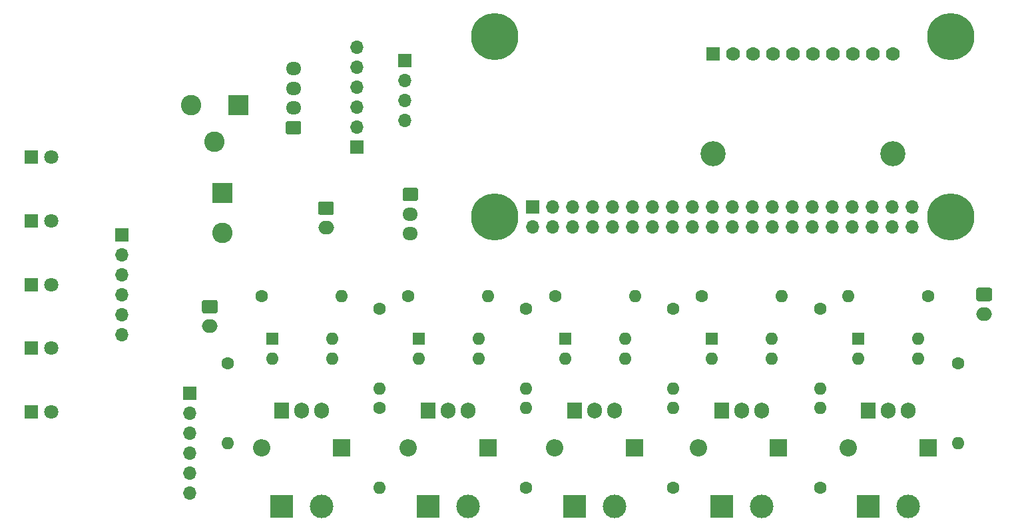
<source format=gbs>
G04 #@! TF.GenerationSoftware,KiCad,Pcbnew,(5.1.10)-1*
G04 #@! TF.CreationDate,2022-01-04T01:34:32+08:00*
G04 #@! TF.ProjectId,Smart Hydroponic - 1,536d6172-7420-4487-9964-726f706f6e69,rev?*
G04 #@! TF.SameCoordinates,Original*
G04 #@! TF.FileFunction,Soldermask,Bot*
G04 #@! TF.FilePolarity,Negative*
%FSLAX46Y46*%
G04 Gerber Fmt 4.6, Leading zero omitted, Abs format (unit mm)*
G04 Created by KiCad (PCBNEW (5.1.10)-1) date 2022-01-04 01:34:32*
%MOMM*%
%LPD*%
G01*
G04 APERTURE LIST*
%ADD10C,2.600000*%
%ADD11R,2.600000X2.600000*%
%ADD12R,1.700000X1.700000*%
%ADD13O,1.700000X1.700000*%
%ADD14O,1.905000X2.000000*%
%ADD15R,1.905000X2.000000*%
%ADD16C,3.000000*%
%ADD17R,3.000000X3.000000*%
%ADD18C,3.200000*%
%ADD19R,1.778000X1.778000*%
%ADD20C,1.778000*%
%ADD21C,6.000000*%
%ADD22O,1.600000X1.600000*%
%ADD23R,1.600000X1.600000*%
%ADD24C,1.600000*%
%ADD25O,2.000000X1.700000*%
%ADD26O,1.950000X1.700000*%
%ADD27O,2.200000X2.200000*%
%ADD28R,2.200000X2.200000*%
%ADD29C,1.800000*%
%ADD30R,1.800000X1.800000*%
G04 APERTURE END LIST*
D10*
X67040000Y-96730000D03*
X64040000Y-92030000D03*
D11*
X70040000Y-92030000D03*
D12*
X63850000Y-128680000D03*
D13*
X63850000Y-131220000D03*
X63850000Y-133760000D03*
X63850000Y-136300000D03*
X63850000Y-138840000D03*
X63850000Y-141380000D03*
X55270000Y-121220000D03*
X55270000Y-118680000D03*
X55270000Y-116140000D03*
X55270000Y-113600000D03*
X55270000Y-111060000D03*
D12*
X55270000Y-108520000D03*
D13*
X91270000Y-94000000D03*
X91270000Y-91460000D03*
X91270000Y-88920000D03*
D12*
X91270000Y-86380000D03*
D13*
X85110000Y-84660000D03*
X85110000Y-87200000D03*
X85110000Y-89740000D03*
X85110000Y-92280000D03*
X85110000Y-94820000D03*
D12*
X85110000Y-97360000D03*
D14*
X155204000Y-130870000D03*
X152664000Y-130870000D03*
D15*
X150124000Y-130870000D03*
D14*
X136575500Y-130870000D03*
X134035500Y-130870000D03*
D15*
X131495500Y-130870000D03*
D14*
X117947000Y-130870000D03*
X115407000Y-130870000D03*
D15*
X112867000Y-130870000D03*
D14*
X99318500Y-130870000D03*
X96778500Y-130870000D03*
D15*
X94238500Y-130870000D03*
D14*
X80690000Y-130870000D03*
X78150000Y-130870000D03*
D15*
X75610000Y-130870000D03*
D16*
X155204000Y-143110000D03*
D17*
X150124000Y-143110000D03*
D16*
X136575500Y-143110000D03*
D17*
X131495500Y-143110000D03*
D16*
X117947000Y-143110000D03*
D17*
X112867000Y-143110000D03*
D16*
X99318500Y-143110000D03*
D17*
X94238500Y-143110000D03*
D16*
X80690000Y-143110000D03*
D17*
X75610000Y-143110000D03*
D18*
X130440000Y-98182500D03*
X153300000Y-98182500D03*
D19*
X130440000Y-85482500D03*
D20*
X132980000Y-85482500D03*
X135520000Y-85482500D03*
X138060000Y-85482500D03*
X140600000Y-85482500D03*
X153300000Y-85482500D03*
X150760000Y-85482500D03*
X148220000Y-85482500D03*
X145680000Y-85482500D03*
X143140000Y-85482500D03*
D21*
X160630000Y-106270000D03*
X102630000Y-83270000D03*
X160630000Y-83270000D03*
X102630000Y-106270000D03*
D13*
X155760000Y-107540000D03*
X155760000Y-105000000D03*
X137980000Y-107540000D03*
X137980000Y-105000000D03*
X132900000Y-107540000D03*
X132900000Y-105000000D03*
X143060000Y-107540000D03*
X143060000Y-105000000D03*
X115120000Y-107540000D03*
X115120000Y-105000000D03*
X145600000Y-107540000D03*
X145600000Y-105000000D03*
X127820000Y-107540000D03*
X127820000Y-105000000D03*
X150680000Y-107540000D03*
X150680000Y-105000000D03*
X148140000Y-107540000D03*
X148140000Y-105000000D03*
X153220000Y-107540000D03*
X153220000Y-105000000D03*
X130360000Y-107540000D03*
X130360000Y-105000000D03*
X117660000Y-107540000D03*
X117660000Y-105000000D03*
X122740000Y-107540000D03*
X122740000Y-105000000D03*
X140520000Y-107540000D03*
X140520000Y-105000000D03*
X120200000Y-107540000D03*
X120200000Y-105000000D03*
X135440000Y-107540000D03*
X135440000Y-105000000D03*
D12*
X107500000Y-105000000D03*
D13*
X107500000Y-107540000D03*
X112580000Y-105000000D03*
X110040000Y-107540000D03*
X125280000Y-107540000D03*
X125280000Y-105000000D03*
X110040000Y-105000000D03*
X112580000Y-107540000D03*
D22*
X156484000Y-121720000D03*
X148864000Y-124260000D03*
X156484000Y-124260000D03*
D23*
X148864000Y-121720000D03*
D22*
X137855500Y-121720000D03*
X130235500Y-124260000D03*
X137855500Y-124260000D03*
D23*
X130235500Y-121720000D03*
D22*
X119227000Y-121720000D03*
X111607000Y-124260000D03*
X119227000Y-124260000D03*
D23*
X111607000Y-121720000D03*
D22*
X100598500Y-121720000D03*
X92978500Y-124260000D03*
X100598500Y-124260000D03*
D23*
X92978500Y-121720000D03*
D22*
X81970000Y-121720000D03*
X74350000Y-124260000D03*
X81970000Y-124260000D03*
D23*
X74350000Y-121720000D03*
D22*
X161554000Y-135005000D03*
D24*
X161554000Y-124845000D03*
D22*
X144040000Y-130560000D03*
D24*
X144040000Y-140720000D03*
D22*
X147584000Y-116370000D03*
D24*
X157744000Y-116370000D03*
D22*
X144040000Y-128075000D03*
D24*
X144040000Y-117915000D03*
D22*
X125356666Y-130560000D03*
D24*
X125356666Y-140720000D03*
D22*
X139115500Y-116370000D03*
D24*
X128955500Y-116370000D03*
D22*
X125356666Y-128075000D03*
D24*
X125356666Y-117915000D03*
D22*
X106673333Y-130560000D03*
D24*
X106673333Y-140720000D03*
D22*
X120530000Y-116370000D03*
D24*
X110370000Y-116370000D03*
D22*
X106673333Y-128075000D03*
D24*
X106673333Y-117915000D03*
D22*
X87990000Y-140720000D03*
D24*
X87990000Y-130560000D03*
D22*
X101858500Y-116370000D03*
D24*
X91698500Y-116370000D03*
D22*
X87990000Y-128075000D03*
D24*
X87990000Y-117915000D03*
D22*
X68730000Y-135005000D03*
D24*
X68730000Y-124845000D03*
D22*
X83230000Y-116370000D03*
D24*
X73070000Y-116370000D03*
D25*
X164910000Y-118620000D03*
G36*
G01*
X164160000Y-115270000D02*
X165660000Y-115270000D01*
G75*
G02*
X165910000Y-115520000I0J-250000D01*
G01*
X165910000Y-116720000D01*
G75*
G02*
X165660000Y-116970000I-250000J0D01*
G01*
X164160000Y-116970000D01*
G75*
G02*
X163910000Y-116720000I0J250000D01*
G01*
X163910000Y-115520000D01*
G75*
G02*
X164160000Y-115270000I250000J0D01*
G01*
G37*
D26*
X77070000Y-87400000D03*
X77070000Y-89900000D03*
X77070000Y-92400000D03*
G36*
G01*
X77795000Y-95750000D02*
X76345000Y-95750000D01*
G75*
G02*
X76095000Y-95500000I0J250000D01*
G01*
X76095000Y-94300000D01*
G75*
G02*
X76345000Y-94050000I250000J0D01*
G01*
X77795000Y-94050000D01*
G75*
G02*
X78045000Y-94300000I0J-250000D01*
G01*
X78045000Y-95500000D01*
G75*
G02*
X77795000Y-95750000I-250000J0D01*
G01*
G37*
X91950000Y-108380000D03*
X91950000Y-105880000D03*
G36*
G01*
X91225000Y-102530000D02*
X92675000Y-102530000D01*
G75*
G02*
X92925000Y-102780000I0J-250000D01*
G01*
X92925000Y-103980000D01*
G75*
G02*
X92675000Y-104230000I-250000J0D01*
G01*
X91225000Y-104230000D01*
G75*
G02*
X90975000Y-103980000I0J250000D01*
G01*
X90975000Y-102780000D01*
G75*
G02*
X91225000Y-102530000I250000J0D01*
G01*
G37*
D25*
X81210000Y-107650000D03*
G36*
G01*
X80460000Y-104300000D02*
X81960000Y-104300000D01*
G75*
G02*
X82210000Y-104550000I0J-250000D01*
G01*
X82210000Y-105750000D01*
G75*
G02*
X81960000Y-106000000I-250000J0D01*
G01*
X80460000Y-106000000D01*
G75*
G02*
X80210000Y-105750000I0J250000D01*
G01*
X80210000Y-104550000D01*
G75*
G02*
X80460000Y-104300000I250000J0D01*
G01*
G37*
D10*
X68010000Y-108330000D03*
D11*
X68010000Y-103250000D03*
D25*
X66440000Y-120170000D03*
G36*
G01*
X65690000Y-116820000D02*
X67190000Y-116820000D01*
G75*
G02*
X67440000Y-117070000I0J-250000D01*
G01*
X67440000Y-118270000D01*
G75*
G02*
X67190000Y-118520000I-250000J0D01*
G01*
X65690000Y-118520000D01*
G75*
G02*
X65440000Y-118270000I0J250000D01*
G01*
X65440000Y-117070000D01*
G75*
G02*
X65690000Y-116820000I250000J0D01*
G01*
G37*
D27*
X147584000Y-135640000D03*
D28*
X157744000Y-135640000D03*
D29*
X46300000Y-131070000D03*
D30*
X43760000Y-131070000D03*
D27*
X128550000Y-135640000D03*
D28*
X138710000Y-135640000D03*
D29*
X46300000Y-122970000D03*
D30*
X43760000Y-122970000D03*
D27*
X110327000Y-135640000D03*
D28*
X120487000Y-135640000D03*
D29*
X46300000Y-114870000D03*
D30*
X43760000Y-114870000D03*
D27*
X91698500Y-135640000D03*
D28*
X101858500Y-135640000D03*
D29*
X46300000Y-106770000D03*
D30*
X43760000Y-106770000D03*
D29*
X46300000Y-98670000D03*
D30*
X43760000Y-98670000D03*
D27*
X73070000Y-135640000D03*
D28*
X83230000Y-135640000D03*
M02*

</source>
